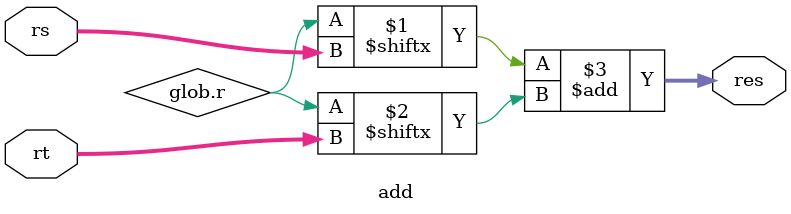
<source format=v>
module add
(
    input  [4:0] rs, rt,
    output [31:0] res
);
assign res = glob.r[rs] + glob.r[rt];
endmodule
</source>
